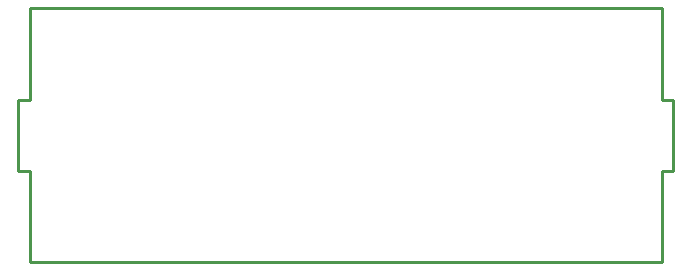
<source format=gbr>
G04 EAGLE Gerber RS-274X export*
G75*
%MOMM*%
%FSLAX34Y34*%
%LPD*%
%IN*%
%IPPOS*%
%AMOC8*
5,1,8,0,0,1.08239X$1,22.5*%
G01*
%ADD10C,0.254000*%


D10*
X-10100Y77400D02*
X-100Y77400D01*
X-100Y-100D01*
X534900Y-100D01*
X534900Y77400D01*
X544900Y77400D01*
X544900Y137400D01*
X534900Y137400D01*
X534900Y215000D01*
X-100Y215000D01*
X-100Y137400D01*
X-10100Y137400D01*
X-10100Y77400D01*
M02*

</source>
